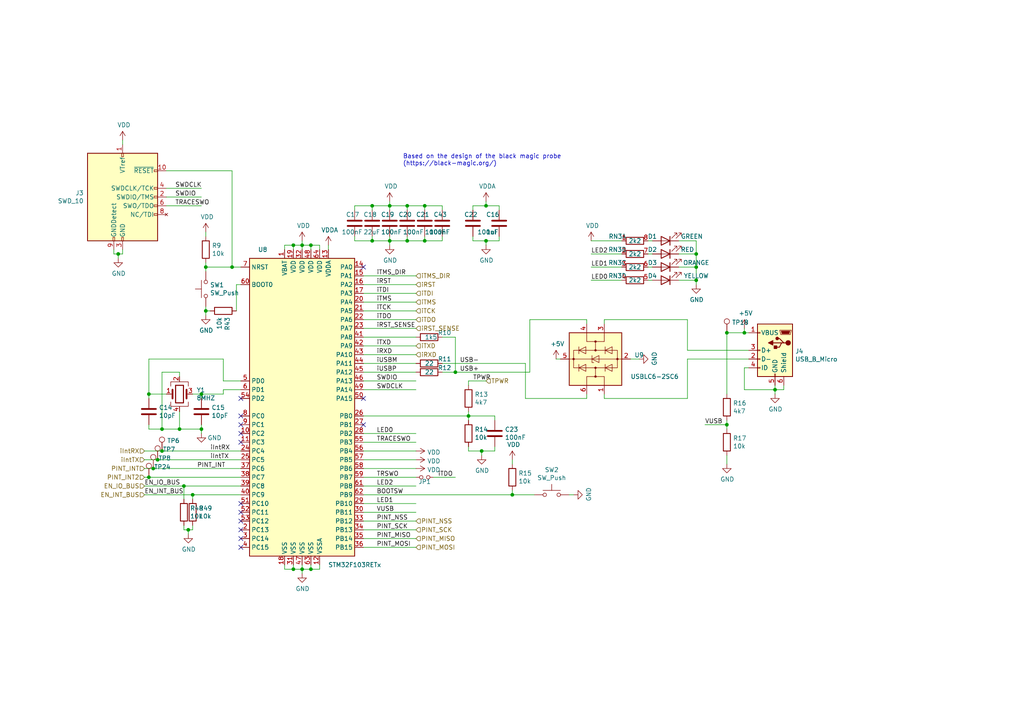
<source format=kicad_sch>
(kicad_sch (version 20230121) (generator eeschema)
  (paper "A4")
  (title_block (title "Debugger MCU") (date "2022-08-16") (rev "2.1"))
  (lib_symbols
    (symbol "Connector:TestPoint" (pin_numbers hide) (pin_names (offset 0.762) hide)
      (property "Reference" "TP" (at 0 6.858 0))
      (property "Value" "TestPoint" (at 0 5.08 0))
      (symbol "TestPoint_0_1"
        (circle (center 0 3.302) (radius 0.762))
      )
      (symbol "TestPoint_1_1"
        (pin passive line (at 0 0 90) (length 2.54) (name "1") (number "1"))
      )
    )
    (symbol "Device:C" (pin_numbers hide) (pin_names (offset 0.254))
      (property "Reference" "C" (at 0.635 2.54 0))
      (property "Value" "C" (at 0.635 -2.54 0))
      (symbol "C_0_1"
        (polyline (pts (xy -2.032 -0.762) (xy 2.032 -0.762)) (stroke (width 0.508)))
        (polyline (pts (xy -2.032 0.762) (xy 2.032 0.762)) (stroke (width 0.508)))
      )
      (symbol "C_1_1"
        (pin passive line (at 0 3.81 270) (length 2.794) (name "~") (number "1"))
        (pin passive line (at 0 -3.81 90) (length 2.794) (name "~") (number "2"))
      )
    )
    (symbol "Device:Crystal_GND24" (pin_names (offset 1.016) hide)
      (property "Reference" "Y" (at 3.175 5.08 0))
      (property "Value" "Crystal_GND24" (at 3.175 3.175 0))
      (symbol "Crystal_GND24_0_1"
        (rectangle (start -1.143 2.54) (end 1.143 -2.54) (stroke (width 0.3048)))
        (polyline (pts (xy -2.54 0) (xy -2.032 0)))
        (polyline (pts (xy -2.032 -1.27) (xy -2.032 1.27)) (stroke (width 0.508)))
        (polyline (pts (xy 0 -3.81) (xy 0 -3.556)))
        (polyline (pts (xy 0 3.556) (xy 0 3.81)))
        (polyline (pts (xy 2.032 -1.27) (xy 2.032 1.27)) (stroke (width 0.508)))
        (polyline (pts (xy 2.032 0) (xy 2.54 0)))
        (polyline (pts (xy -2.54 -2.286) (xy -2.54 -3.556) (xy 2.54 -3.556) (xy 2.54 -2.286)))
        (polyline (pts (xy -2.54 2.286) (xy -2.54 3.556) (xy 2.54 3.556) (xy 2.54 2.286)))
      )
      (symbol "Crystal_GND24_1_1"
        (pin passive line (at -3.81 0 0) (length 1.27) (name "1") (number "1"))
        (pin passive line (at 0 5.08 270) (length 1.27) (name "2") (number "2"))
        (pin passive line (at 3.81 0 180) (length 1.27) (name "3") (number "3"))
        (pin passive line (at 0 -5.08 90) (length 1.27) (name "4") (number "4"))
      )
    )
    (symbol "Device:LED" (pin_numbers hide) (pin_names (offset 1.016) hide)
      (property "Reference" "D" (at 0 2.54 0))
      (property "Value" "LED" (at 0 -2.54 0))
      (symbol "LED_0_1"
        (polyline (pts (xy -1.27 -1.27) (xy -1.27 1.27)) (stroke (width 0.254)))
        (polyline (pts (xy -1.27 0) (xy 1.27 0)))
        (polyline (pts (xy 1.27 -1.27) (xy 1.27 1.27) (xy -1.27 0) (xy 1.27 -1.27)) (stroke (width 0.254)))
        (polyline (pts (xy -3.048 -0.762) (xy -4.572 -2.286) (xy -3.81 -2.286) (xy -4.572 -2.286) (xy -4.572 -1.524)))
        (polyline (pts (xy -1.778 -0.762) (xy -3.302 -2.286) (xy -2.54 -2.286) (xy -3.302 -2.286) (xy -3.302 -1.524)))
      )
      (symbol "LED_1_1"
        (pin passive line (at -3.81 0 0) (length 2.54) (name "K") (number "1"))
        (pin passive line (at 3.81 0 180) (length 2.54) (name "A") (number "2"))
      )
    )
    (symbol "Device:R" (pin_numbers hide) (pin_names (offset 0))
      (property "Reference" "R" (at 2.032 0 90))
      (property "Value" "R" (at 0 0 90))
      (symbol "R_0_1"
        (rectangle (start -1.016 -2.54) (end 1.016 2.54) (stroke (width 0.254)))
      )
      (symbol "R_1_1"
        (pin passive line (at 0 3.81 270) (length 1.27) (name "~") (number "1"))
        (pin passive line (at 0 -3.81 90) (length 1.27) (name "~") (number "2"))
      )
    )
    (symbol "Device:R_Pack04_Split" (pin_names (offset 0) hide)
      (property "Reference" "RN" (at 2.032 0 90))
      (property "Value" "R_Pack04_Split" (at 0 0 90))
      (symbol "R_Pack04_Split_0_1"
        (rectangle (start 1.016 2.54) (end -1.016 -2.54) (stroke (width 0.254)))
      )
      (symbol "R_Pack04_Split_1_1"
        (pin passive line (at 0 -3.81 90) (length 1.27) (name "R1.1") (number "1"))
        (pin passive line (at 0 3.81 270) (length 1.27) (name "R1.2") (number "8"))
      )
      (symbol "R_Pack04_Split_2_1"
        (pin passive line (at 0 -3.81 90) (length 1.27) (name "R2.1") (number "2"))
        (pin passive line (at 0 3.81 270) (length 1.27) (name "R2.2") (number "7"))
      )
      (symbol "R_Pack04_Split_3_1"
        (pin passive line (at 0 -3.81 90) (length 1.27) (name "R3.1") (number "3"))
        (pin passive line (at 0 3.81 270) (length 1.27) (name "R3.2") (number "6"))
      )
      (symbol "R_Pack04_Split_4_1"
        (pin passive line (at 0 -3.81 90) (length 1.27) (name "R4.1") (number "4"))
        (pin passive line (at 0 3.81 270) (length 1.27) (name "R4.2") (number "5"))
      )
    )
    (symbol "MCU_ST_STM32F1:STM32F103RETx"
      (property "Reference" "U" (at -15.24 44.45 0))
      (property "Value" "STM32F103RETx" (at 10.16 44.45 0))
      (symbol "STM32F103RETx_0_1"
        (rectangle (start -15.24 -43.18) (end 15.24 43.18) (stroke (width 0.254)) (fill (type background)))
      )
      (symbol "STM32F103RETx_1_1"
        (pin power_in line (at -5.08 45.72 270) (length 2.54) (name "VBAT") (number "1"))
        (pin bidirectional line (at -17.78 -7.62 0) (length 2.54) (name "PC2") (number "10"))
        (pin bidirectional line (at -17.78 -10.16 0) (length 2.54) (name "PC3") (number "11"))
        (pin power_in line (at 5.08 -45.72 90) (length 2.54) (name "VSSA") (number "12"))
        (pin power_in line (at 7.62 45.72 270) (length 2.54) (name "VDDA") (number "13"))
        (pin bidirectional line (at 17.78 40.64 180) (length 2.54) (name "PA0") (number "14"))
        (pin bidirectional line (at 17.78 38.1 180) (length 2.54) (name "PA1") (number "15"))
        (pin bidirectional line (at 17.78 35.56 180) (length 2.54) (name "PA2") (number "16"))
        (pin bidirectional line (at 17.78 33.02 180) (length 2.54) (name "PA3") (number "17"))
        (pin power_in line (at -5.08 -45.72 90) (length 2.54) (name "VSS") (number "18"))
        (pin power_in line (at -2.54 45.72 270) (length 2.54) (name "VDD") (number "19"))
        (pin bidirectional line (at -17.78 -35.56 0) (length 2.54) (name "PC13") (number "2"))
        (pin bidirectional line (at 17.78 30.48 180) (length 2.54) (name "PA4") (number "20"))
        (pin bidirectional line (at 17.78 27.94 180) (length 2.54) (name "PA5") (number "21"))
        (pin bidirectional line (at 17.78 25.4 180) (length 2.54) (name "PA6") (number "22"))
        (pin bidirectional line (at 17.78 22.86 180) (length 2.54) (name "PA7") (number "23"))
        (pin bidirectional line (at -17.78 -12.7 0) (length 2.54) (name "PC4") (number "24"))
        (pin bidirectional line (at -17.78 -15.24 0) (length 2.54) (name "PC5") (number "25"))
        (pin bidirectional line (at 17.78 -2.54 180) (length 2.54) (name "PB0") (number "26"))
        (pin bidirectional line (at 17.78 -5.08 180) (length 2.54) (name "PB1") (number "27"))
        (pin bidirectional line (at 17.78 -7.62 180) (length 2.54) (name "PB2") (number "28"))
        (pin bidirectional line (at 17.78 -27.94 180) (length 2.54) (name "PB10") (number "29"))
        (pin bidirectional line (at -17.78 -38.1 0) (length 2.54) (name "PC14") (number "3"))
        (pin bidirectional line (at 17.78 -30.48 180) (length 2.54) (name "PB11") (number "30"))
        (pin power_in line (at -2.54 -45.72 90) (length 2.54) (name "VSS") (number "31"))
        (pin power_in line (at 0 45.72 270) (length 2.54) (name "VDD") (number "32"))
        (pin bidirectional line (at 17.78 -33.02 180) (length 2.54) (name "PB12") (number "33"))
        (pin bidirectional line (at 17.78 -35.56 180) (length 2.54) (name "PB13") (number "34"))
        (pin bidirectional line (at 17.78 -38.1 180) (length 2.54) (name "PB14") (number "35"))
        (pin bidirectional line (at 17.78 -40.64 180) (length 2.54) (name "PB15") (number "36"))
        (pin bidirectional line (at -17.78 -17.78 0) (length 2.54) (name "PC6") (number "37"))
        (pin bidirectional line (at -17.78 -20.32 0) (length 2.54) (name "PC7") (number "38"))
        (pin bidirectional line (at -17.78 -22.86 0) (length 2.54) (name "PC8") (number "39"))
        (pin bidirectional line (at -17.78 -40.64 0) (length 2.54) (name "PC15") (number "4"))
        (pin bidirectional line (at -17.78 -25.4 0) (length 2.54) (name "PC9") (number "40"))
        (pin bidirectional line (at 17.78 20.32 180) (length 2.54) (name "PA8") (number "41"))
        (pin bidirectional line (at 17.78 17.78 180) (length 2.54) (name "PA9") (number "42"))
        (pin bidirectional line (at 17.78 15.24 180) (length 2.54) (name "PA10") (number "43"))
        (pin bidirectional line (at 17.78 12.7 180) (length 2.54) (name "PA11") (number "44"))
        (pin bidirectional line (at 17.78 10.16 180) (length 2.54) (name "PA12") (number "45"))
        (pin bidirectional line (at 17.78 7.62 180) (length 2.54) (name "PA13") (number "46"))
        (pin power_in line (at 0 -45.72 90) (length 2.54) (name "VSS") (number "47"))
        (pin power_in line (at 2.54 45.72 270) (length 2.54) (name "VDD") (number "48"))
        (pin bidirectional line (at 17.78 5.08 180) (length 2.54) (name "PA14") (number "49"))
        (pin input line (at -17.78 7.62 0) (length 2.54) (name "PD0") (number "5"))
        (pin bidirectional line (at 17.78 2.54 180) (length 2.54) (name "PA15") (number "50"))
        (pin bidirectional line (at -17.78 -27.94 0) (length 2.54) (name "PC10") (number "51"))
        (pin bidirectional line (at -17.78 -30.48 0) (length 2.54) (name "PC11") (number "52"))
        (pin bidirectional line (at -17.78 -33.02 0) (length 2.54) (name "PC12") (number "53"))
        (pin bidirectional line (at -17.78 2.54 0) (length 2.54) (name "PD2") (number "54"))
        (pin bidirectional line (at 17.78 -10.16 180) (length 2.54) (name "PB3") (number "55"))
        (pin bidirectional line (at 17.78 -12.7 180) (length 2.54) (name "PB4") (number "56"))
        (pin bidirectional line (at 17.78 -15.24 180) (length 2.54) (name "PB5") (number "57"))
        (pin bidirectional line (at 17.78 -17.78 180) (length 2.54) (name "PB6") (number "58"))
        (pin bidirectional line (at 17.78 -20.32 180) (length 2.54) (name "PB7") (number "59"))
        (pin input line (at -17.78 5.08 0) (length 2.54) (name "PD1") (number "6"))
        (pin input line (at -17.78 35.56 0) (length 2.54) (name "BOOT0") (number "60"))
        (pin bidirectional line (at 17.78 -22.86 180) (length 2.54) (name "PB8") (number "61"))
        (pin bidirectional line (at 17.78 -25.4 180) (length 2.54) (name "PB9") (number "62"))
        (pin power_in line (at 2.54 -45.72 90) (length 2.54) (name "VSS") (number "63"))
        (pin power_in line (at 5.08 45.72 270) (length 2.54) (name "VDD") (number "64"))
        (pin input line (at -17.78 40.64 0) (length 2.54) (name "NRST") (number "7"))
        (pin bidirectional line (at -17.78 -2.54 0) (length 2.54) (name "PC0") (number "8"))
        (pin bidirectional line (at -17.78 -5.08 0) (length 2.54) (name "PC1") (number "9"))
      )
    )
    (symbol "Power_Protection:USBLC6-2SC6" (pin_names hide)
      (property "Reference" "U" (at 2.54 8.89 0))
      (property "Value" "USBLC6-2SC6" (at 2.54 -8.89 0))
      (symbol "USBLC6-2SC6_0_1"
        (rectangle (start -7.62 -7.62) (end 7.62 7.62) (stroke (width 0.254)) (fill (type background)))
        (circle (center -5.08 0) (radius 0.254) (fill (type outline)))
        (circle (center -2.54 0) (radius 0.254) (fill (type outline)))
        (rectangle (start -2.54 6.35) (end 2.54 -6.35))
        (circle (center 0 -6.35) (radius 0.254) (fill (type outline)))
        (polyline (pts (xy -5.08 -2.54) (xy -7.62 -2.54)))
        (polyline (pts (xy -5.08 0) (xy -5.08 -2.54)))
        (polyline (pts (xy -5.08 2.54) (xy -7.62 2.54)))
        (polyline (pts (xy -1.524 -2.794) (xy -3.556 -2.794)))
        (polyline (pts (xy -1.524 4.826) (xy -3.556 4.826)))
        (polyline (pts (xy 0 -7.62) (xy 0 -6.35)))
        (polyline (pts (xy 0 -6.35) (xy 0 1.27)))
        (polyline (pts (xy 0 1.27) (xy 0 6.35)))
        (polyline (pts (xy 0 6.35) (xy 0 7.62)))
        (polyline (pts (xy 1.524 -2.794) (xy 3.556 -2.794)))
        (polyline (pts (xy 1.524 4.826) (xy 3.556 4.826)))
        (polyline (pts (xy 5.08 -2.54) (xy 7.62 -2.54)))
        (polyline (pts (xy 5.08 0) (xy 5.08 -2.54)))
        (polyline (pts (xy 5.08 2.54) (xy 7.62 2.54)))
        (polyline (pts (xy -2.54 0) (xy -5.08 0) (xy -5.08 2.54)))
        (polyline (pts (xy 2.54 0) (xy 5.08 0) (xy 5.08 2.54)))
        (polyline (pts (xy -3.556 -4.826) (xy -1.524 -4.826) (xy -2.54 -2.794) (xy -3.556 -4.826)))
        (polyline (pts (xy -3.556 2.794) (xy -1.524 2.794) (xy -2.54 4.826) (xy -3.556 2.794)))
        (polyline (pts (xy -1.016 -1.016) (xy 1.016 -1.016) (xy 0 1.016) (xy -1.016 -1.016)))
        (polyline (pts (xy 1.016 1.016) (xy 0.762 1.016) (xy -1.016 1.016) (xy -1.016 0.508)))
        (polyline (pts (xy 3.556 -4.826) (xy 1.524 -4.826) (xy 2.54 -2.794) (xy 3.556 -4.826)))
        (polyline (pts (xy 3.556 2.794) (xy 1.524 2.794) (xy 2.54 4.826) (xy 3.556 2.794)))
        (circle (center 0 6.35) (radius 0.254) (fill (type outline)))
        (circle (center 2.54 0) (radius 0.254) (fill (type outline)))
        (circle (center 5.08 0) (radius 0.254) (fill (type outline)))
      )
      (symbol "USBLC6-2SC6_1_1"
        (pin passive line (at -10.16 -2.54 0) (length 2.54) (name "I/O1") (number "1"))
        (pin passive line (at 0 -10.16 90) (length 2.54) (name "GND") (number "2"))
        (pin passive line (at 10.16 -2.54 180) (length 2.54) (name "I/O2") (number "3"))
        (pin passive line (at 10.16 2.54 180) (length 2.54) (name "I/O2") (number "4"))
        (pin passive line (at 0 10.16 270) (length 2.54) (name "VBUS") (number "5"))
        (pin passive line (at -10.16 2.54 0) (length 2.54) (name "I/O1") (number "6"))
      )
    )
    (symbol "Switch:SW_Push" (pin_numbers hide) (pin_names (offset 1.016) hide)
      (property "Reference" "SW" (at 1.27 2.54 0))
      (property "Value" "SW_Push" (at 0 -1.524 0))
      (symbol "SW_Push_0_1"
        (circle (center -2.032 0) (radius 0.508))
        (polyline (pts (xy 0 1.27) (xy 0 3.048)))
        (polyline (pts (xy 2.54 1.27) (xy -2.54 1.27)))
        (circle (center 2.032 0) (radius 0.508))
        (pin passive line (at -5.08 0 0) (length 2.54) (name "1") (number "1"))
        (pin passive line (at 5.08 0 180) (length 2.54) (name "2") (number "2"))
      )
    )
    (symbol "int-debugger-rescue:Jumper_NO_Small-Device" (pin_numbers hide) (pin_names (offset 0.762) hide)
      (property "Reference" "JP" (at 0 2.032 0))
      (property "Value" "Jumper_NO_Small-Device" (at 0.254 -1.524 0))
      (symbol "Jumper_NO_Small-Device_0_1"
        (circle (center -1.016 0) (radius 0.508))
        (circle (center 1.016 0) (radius 0.508))
        (pin passive line (at -2.54 0 0) (length 1.016) (name "1") (number "1"))
        (pin passive line (at 2.54 0 180) (length 1.016) (name "2") (number "2"))
      )
    )
    (symbol "jaspers_lib:SWD_10" (pin_names (offset 1.016))
      (property "Reference" "J" (at -2.54 16.51 0))
      (property "Value" "SWD_10" (at -2.54 13.97 0))
      (symbol "SWD_10_0_1"
        (rectangle (start -10.16 12.7) (end 10.16 -12.7) (stroke (width 0.254)) (fill (type background)))
        (rectangle (start -2.794 -12.7) (end -2.286 -11.684))
        (rectangle (start -0.254 -12.7) (end 0.254 -11.684))
        (rectangle (start -0.254 12.7) (end 0.254 11.684))
        (rectangle (start 9.144 2.286) (end 10.16 2.794))
        (rectangle (start 10.16 -2.794) (end 9.144 -2.286))
        (rectangle (start 10.16 -0.254) (end 9.144 0.254))
        (rectangle (start 10.16 7.874) (end 9.144 7.366))
      )
      (symbol "SWD_10_1_1"
        (rectangle (start 9.144 -5.334) (end 10.16 -4.826))
        (pin power_in line (at 0 15.24 270) (length 2.54) (name "VTref") (number "1"))
        (pin open_collector line (at 12.7 7.62 180) (length 2.54) (name "~{RESET}") (number "10"))
        (pin bidirectional line (at 12.7 0 180) (length 2.54) (name "SWDIO/TMS") (number "2"))
        (pin power_in line (at 0 -15.24 90) (length 2.54) (name "GND") (number "3"))
        (pin input line (at 12.7 2.54 180) (length 2.54) (name "SWDCLK/TCK") (number "4"))
        (pin passive line (at 0 -15.24 90) (length 2.54) hide (name "GND") (number "5"))
        (pin input line (at 12.7 -2.54 180) (length 2.54) (name "SWO/TDO") (number "6"))
        (pin no_connect line (at -10.16 0 0) (length 2.54) hide (name "KEY") (number "7"))
        (pin no_connect line (at 12.7 -5.08 180) (length 2.54) (name "NC/TDI") (number "8"))
        (pin passive line (at -2.54 -15.24 90) (length 2.54) (name "GNDDetect") (number "9"))
      )
    )
    (symbol "jaspers_lib:USB_B_Micro" (pin_names (offset 1.016))
      (property "Reference" "J" (at -5.08 11.43 0))
      (property "Value" "USB_B_Micro" (at -5.08 8.89 0))
      (symbol "USB_B_Micro_0_1"
        (rectangle (start -5.08 -7.62) (end 5.08 7.62) (stroke (width 0.254)) (fill (type background)))
        (circle (center -3.81 2.159) (radius 0.635) (stroke (width 0.254)) (fill (type outline)))
        (circle (center -0.635 3.429) (radius 0.381) (stroke (width 0.254)) (fill (type outline)))
        (rectangle (start -0.127 -7.62) (end 0.127 -6.858))
        (polyline (pts (xy -1.905 2.159) (xy 0.635 2.159)) (stroke (width 0.254)))
        (polyline (pts (xy -3.175 2.159) (xy -2.54 2.159) (xy -1.27 3.429) (xy -0.635 3.429)) (stroke (width 0.254)))
        (polyline (pts (xy -2.54 2.159) (xy -1.905 2.159) (xy -1.27 0.889) (xy 0 0.889)) (stroke (width 0.254)))
        (polyline (pts (xy 0.635 2.794) (xy 0.635 1.524) (xy 1.905 2.159) (xy 0.635 2.794)) (stroke (width 0.254)) (fill (type outline)))
        (polyline (pts (xy -4.318 5.588) (xy -1.778 5.588) (xy -2.032 4.826) (xy -4.064 4.826) (xy -4.318 5.588)) (fill (type outline)))
        (polyline (pts (xy -4.699 5.842) (xy -4.699 5.588) (xy -4.445 4.826) (xy -4.445 4.572) (xy -1.651 4.572) (xy -1.651 4.826) (xy -1.397 5.588) (xy -1.397 5.842) (xy -4.699 5.842)))
        (rectangle (start 0.254 1.27) (end -0.508 0.508) (stroke (width 0.254)) (fill (type outline)))
        (rectangle (start 5.08 -5.207) (end 4.318 -4.953))
        (rectangle (start 5.08 -2.667) (end 4.318 -2.413))
        (rectangle (start 5.08 -0.127) (end 4.318 0.127))
        (rectangle (start 5.08 4.953) (end 4.318 5.207))
      )
      (symbol "USB_B_Micro_1_1"
        (pin power_out line (at 7.62 5.08 180) (length 2.54) (name "VBUS") (number "1"))
        (pin passive line (at 7.62 -2.54 180) (length 2.54) (name "D-") (number "2"))
        (pin passive line (at 7.62 0 180) (length 2.54) (name "D+") (number "3"))
        (pin passive line (at 7.62 -5.08 180) (length 2.54) (name "ID") (number "4"))
        (pin power_out line (at 0 -10.16 90) (length 2.54) (name "GND") (number "5"))
        (pin passive line (at -2.54 -10.16 90) (length 2.54) (name "Shield") (number "6"))
      )
    )
    (symbol "power:+5V" (power) (pin_names (offset 0))
      (property "Value" "+5V" (at 0 3.556 0))
      (symbol "+5V_0_1"
        (polyline (pts (xy -0.762 1.27) (xy 0 2.54)))
        (polyline (pts (xy 0 0) (xy 0 2.54)))
        (polyline (pts (xy 0 2.54) (xy 0.762 1.27)))
      )
      (symbol "+5V_1_1"
        (pin power_in line (at 0 0 90) (length 0) hide (name "+5V") (number "1"))
      )
    )
    (symbol "power:GND" (power) (pin_names (offset 0))
      (property "Value" "GND" (at 0 -3.81 0))
      (symbol "GND_0_1"
        (polyline (pts (xy 0 0) (xy 0 -1.27) (xy 1.27 -1.27) (xy 0 -2.54) (xy -1.27 -1.27) (xy 0 -1.27)))
      )
      (symbol "GND_1_1"
        (pin power_in line (at 0 0 270) (length 0) hide (name "GND") (number "1"))
      )
    )
    (symbol "power:VDD" (power) (pin_names (offset 0))
      (property "Value" "VDD" (at 0 3.81 0))
      (symbol "VDD_0_1"
        (polyline (pts (xy -0.762 1.27) (xy 0 2.54)))
        (polyline (pts (xy 0 0) (xy 0 2.54)))
        (polyline (pts (xy 0 2.54) (xy 0.762 1.27)))
      )
      (symbol "VDD_1_1"
        (pin power_in line (at 0 0 90) (length 0) hide (name "VDD") (number "1"))
      )
    )
    (symbol "power:VDDA" (power) (pin_names (offset 0))
      (property "Value" "VDDA" (at 0 3.81 0))
      (symbol "VDDA_0_1"
        (polyline (pts (xy -0.762 1.27) (xy 0 2.54)))
        (polyline (pts (xy 0 0) (xy 0 2.54)))
        (polyline (pts (xy 0 2.54) (xy 0.762 1.27)))
      )
      (symbol "VDDA_1_1"
        (pin power_in line (at 0 0 90) (length 0) hide (name "VDDA") (number "1"))
      )
    )
  )
  (junction (at 123.19 59.69))
  (junction (at 215.9 96.52))
  (junction (at 59.69 90.17))
  (junction (at 113.03 59.69))
  (junction (at 224.79 113.03))
  (junction (at 53.34 140.97))
  (junction (at 201.93 81.28))
  (junction (at 123.19 69.85))
  (junction (at 44.45 135.89))
  (junction (at 55.88 143.51))
  (junction (at 132.08 107.95))
  (junction (at 54.61 153.67))
  (junction (at 210.82 123.19))
  (junction (at 46.99 130.81))
  (junction (at 107.95 69.85))
  (junction (at 118.11 59.69))
  (junction (at 43.18 138.43))
  (junction (at 107.95 59.69))
  (junction (at 85.09 165.1))
  (junction (at 67.31 77.47))
  (junction (at 210.82 96.52))
  (junction (at 87.63 165.1))
  (junction (at 90.17 165.1))
  (junction (at 52.07 124.46))
  (junction (at 58.42 124.46))
  (junction (at 201.93 73.66))
  (junction (at 43.18 114.3))
  (junction (at 45.72 133.35))
  (junction (at 139.7 130.81))
  (junction (at 140.97 69.85))
  (junction (at 90.17 71.12))
  (junction (at 34.29 73.66))
  (junction (at 140.97 59.69))
  (junction (at 46.99 124.46))
  (junction (at 85.09 71.12))
  (junction (at 59.69 77.47))
  (junction (at 118.11 69.85))
  (junction (at 113.03 69.85))
  (junction (at 148.59 143.51))
  (junction (at 201.93 77.47))
  (junction (at 87.63 71.12))
  (junction (at 58.42 114.3))
  (junction (at 135.89 120.65))
  (no_connect (at 69.85 153.67))
  (no_connect (at 69.85 158.75))
  (no_connect (at 69.85 120.65))
  (no_connect (at 69.85 146.05))
  (no_connect (at 69.85 156.21))
  (no_connect (at 105.41 123.19))
  (no_connect (at 69.85 128.27))
  (no_connect (at 69.85 151.13))
  (no_connect (at 105.41 77.47))
  (no_connect (at 69.85 125.73))
  (no_connect (at 69.85 115.57))
  (no_connect (at 105.41 115.57))
  (no_connect (at 69.85 148.59))
  (no_connect (at 69.85 123.19))
  (wire (pts (xy 148.59 143.51) (xy 154.94 143.51)))
  (wire (pts (xy 53.34 153.67) (xy 54.61 153.67)))
  (wire (pts (xy 196.85 73.66) (xy 201.93 73.66)))
  (wire (pts (xy 53.34 140.97) (xy 69.85 140.97)))
  (wire (pts (xy 90.17 71.12) (xy 92.71 71.12)))
  (wire (pts (xy 128.27 69.85) (xy 128.27 68.58)))
  (wire (pts (xy 105.41 113.03) (xy 120.65 113.03)))
  (wire (pts (xy 85.09 165.1) (xy 87.63 165.1)))
  (wire (pts (xy 82.55 72.39) (xy 82.55 71.12)))
  (wire (pts (xy 132.08 97.79) (xy 132.08 107.95)))
  (wire (pts (xy 187.96 69.85) (xy 189.23 69.85)))
  (wire (pts (xy 162.56 104.14) (xy 161.29 104.14)))
  (wire (pts (xy 123.19 69.85) (xy 128.27 69.85)))
  (wire (pts (xy 210.82 123.19) (xy 204.47 123.19)))
  (wire (pts (xy 148.59 134.62) (xy 148.59 133.35)))
  (wire (pts (xy 85.09 71.12) (xy 87.63 71.12)))
  (wire (pts (xy 95.25 72.39) (xy 95.25 71.12)))
  (wire (pts (xy 199.39 104.14) (xy 199.39 115.57)))
  (wire (pts (xy 55.88 143.51) (xy 69.85 143.51)))
  (wire (pts (xy 107.95 59.69) (xy 113.03 59.69)))
  (wire (pts (xy 199.39 101.6) (xy 217.17 101.6)))
  (wire (pts (xy 170.18 93.98) (xy 170.18 92.71)))
  (wire (pts (xy 137.16 59.69) (xy 137.16 60.96)))
  (wire (pts (xy 123.19 59.69) (xy 128.27 59.69)))
  (wire (pts (xy 215.9 95.25) (xy 215.9 96.52)))
  (wire (pts (xy 139.7 132.08) (xy 139.7 130.81)))
  (wire (pts (xy 175.26 92.71) (xy 199.39 92.71)))
  (wire (pts (xy 135.89 110.49) (xy 140.97 110.49)))
  (wire (pts (xy 58.42 125.73) (xy 58.42 124.46)))
  (wire (pts (xy 113.03 69.85) (xy 113.03 71.12)))
  (wire (pts (xy 54.61 153.67) (xy 55.88 153.67)))
  (wire (pts (xy 105.41 102.87) (xy 120.65 102.87)))
  (wire (pts (xy 227.33 113.03) (xy 224.79 113.03)))
  (wire (pts (xy 180.34 81.28) (xy 171.45 81.28)))
  (wire (pts (xy 53.34 152.4) (xy 53.34 153.67)))
  (wire (pts (xy 69.85 113.03) (xy 64.77 113.03)))
  (wire (pts (xy 128.27 97.79) (xy 132.08 97.79)))
  (wire (pts (xy 189.23 73.66) (xy 187.96 73.66)))
  (wire (pts (xy 140.97 69.85) (xy 140.97 71.12)))
  (wire (pts (xy 132.08 107.95) (xy 153.67 107.95)))
  (wire (pts (xy 105.41 130.81) (xy 120.65 130.81)))
  (wire (pts (xy 143.51 120.65) (xy 143.51 121.92)))
  (wire (pts (xy 46.99 107.95) (xy 46.99 124.46)))
  (wire (pts (xy 58.42 115.57) (xy 58.42 114.3)))
  (wire (pts (xy 144.78 59.69) (xy 140.97 59.69)))
  (wire (pts (xy 82.55 71.12) (xy 85.09 71.12)))
  (wire (pts (xy 48.26 54.61) (xy 58.42 54.61)))
  (wire (pts (xy 43.18 104.14) (xy 64.77 104.14)))
  (wire (pts (xy 59.69 76.2) (xy 59.69 77.47)))
  (wire (pts (xy 215.9 96.52) (xy 217.17 96.52)))
  (wire (pts (xy 53.34 144.78) (xy 53.34 140.97)))
  (wire (pts (xy 105.41 133.35) (xy 120.65 133.35)))
  (wire (pts (xy 105.41 125.73) (xy 120.65 125.73)))
  (wire (pts (xy 135.89 129.54) (xy 135.89 130.81)))
  (wire (pts (xy 113.03 60.96) (xy 113.03 59.69)))
  (wire (pts (xy 105.41 105.41) (xy 120.65 105.41)))
  (wire (pts (xy 41.91 143.51) (xy 55.88 143.51)))
  (wire (pts (xy 58.42 123.19) (xy 58.42 124.46)))
  (wire (pts (xy 180.34 77.47) (xy 171.45 77.47)))
  (wire (pts (xy 199.39 92.71) (xy 199.39 101.6)))
  (wire (pts (xy 59.69 68.58) (xy 59.69 67.31)))
  (wire (pts (xy 58.42 124.46) (xy 52.07 124.46)))
  (wire (pts (xy 107.95 68.58) (xy 107.95 69.85)))
  (wire (pts (xy 113.03 59.69) (xy 118.11 59.69)))
  (wire (pts (xy 135.89 120.65) (xy 143.51 120.65)))
  (wire (pts (xy 217.17 106.68) (xy 215.9 106.68)))
  (wire (pts (xy 105.41 87.63) (xy 120.65 87.63)))
  (wire (pts (xy 166.37 143.51) (xy 165.1 143.51)))
  (wire (pts (xy 82.55 163.83) (xy 82.55 165.1)))
  (wire (pts (xy 210.82 123.19) (xy 210.82 124.46)))
  (wire (pts (xy 196.85 77.47) (xy 201.93 77.47)))
  (wire (pts (xy 118.11 68.58) (xy 118.11 69.85)))
  (wire (pts (xy 41.91 130.81) (xy 46.99 130.81)))
  (wire (pts (xy 201.93 81.28) (xy 201.93 82.55)))
  (wire (pts (xy 175.26 93.98) (xy 175.26 92.71)))
  (wire (pts (xy 105.41 120.65) (xy 135.89 120.65)))
  (wire (pts (xy 199.39 115.57) (xy 175.26 115.57)))
  (wire (pts (xy 46.99 130.81) (xy 69.85 130.81)))
  (wire (pts (xy 210.82 132.08) (xy 210.82 134.62)))
  (wire (pts (xy 170.18 115.57) (xy 170.18 114.3)))
  (wire (pts (xy 90.17 72.39) (xy 90.17 71.12)))
  (wire (pts (xy 67.31 49.53) (xy 48.26 49.53)))
  (wire (pts (xy 215.9 96.52) (xy 210.82 96.52)))
  (wire (pts (xy 52.07 107.95) (xy 46.99 107.95)))
  (wire (pts (xy 55.88 153.67) (xy 55.88 152.4)))
  (wire (pts (xy 118.11 60.96) (xy 118.11 59.69)))
  (wire (pts (xy 105.41 156.21) (xy 120.65 156.21)))
  (wire (pts (xy 46.99 124.46) (xy 43.18 124.46)))
  (wire (pts (xy 215.9 113.03) (xy 224.79 113.03)))
  (wire (pts (xy 105.41 92.71) (xy 120.65 92.71)))
  (wire (pts (xy 196.85 81.28) (xy 201.93 81.28)))
  (wire (pts (xy 69.85 77.47) (xy 67.31 77.47)))
  (wire (pts (xy 105.41 97.79) (xy 120.65 97.79)))
  (wire (pts (xy 113.03 68.58) (xy 113.03 69.85)))
  (wire (pts (xy 152.4 105.41) (xy 152.4 115.57)))
  (wire (pts (xy 102.87 59.69) (xy 107.95 59.69)))
  (wire (pts (xy 43.18 115.57) (xy 43.18 114.3)))
  (wire (pts (xy 55.88 144.78) (xy 55.88 143.51)))
  (wire (pts (xy 135.89 130.81) (xy 139.7 130.81)))
  (wire (pts (xy 105.41 138.43) (xy 120.65 138.43)))
  (wire (pts (xy 201.93 73.66) (xy 201.93 69.85)))
  (wire (pts (xy 35.56 73.66) (xy 35.56 72.39)))
  (wire (pts (xy 44.45 135.89) (xy 69.85 135.89)))
  (wire (pts (xy 123.19 68.58) (xy 123.19 69.85)))
  (wire (pts (xy 201.93 69.85) (xy 196.85 69.85)))
  (wire (pts (xy 107.95 69.85) (xy 113.03 69.85)))
  (wire (pts (xy 137.16 68.58) (xy 137.16 69.85)))
  (wire (pts (xy 102.87 60.96) (xy 102.87 59.69)))
  (wire (pts (xy 87.63 165.1) (xy 90.17 165.1)))
  (wire (pts (xy 118.11 59.69) (xy 123.19 59.69)))
  (wire (pts (xy 45.72 133.35) (xy 69.85 133.35)))
  (wire (pts (xy 43.18 138.43) (xy 69.85 138.43)))
  (wire (pts (xy 85.09 163.83) (xy 85.09 165.1)))
  (wire (pts (xy 90.17 163.83) (xy 90.17 165.1)))
  (wire (pts (xy 125.73 138.43) (xy 132.08 138.43)))
  (wire (pts (xy 140.97 69.85) (xy 144.78 69.85)))
  (wire (pts (xy 135.89 111.76) (xy 135.89 110.49)))
  (wire (pts (xy 92.71 72.39) (xy 92.71 71.12)))
  (wire (pts (xy 201.93 81.28) (xy 201.93 77.47)))
  (wire (pts (xy 59.69 88.9) (xy 59.69 90.17)))
  (wire (pts (xy 118.11 69.85) (xy 123.19 69.85)))
  (wire (pts (xy 102.87 69.85) (xy 107.95 69.85)))
  (wire (pts (xy 105.41 151.13) (xy 120.65 151.13)))
  (wire (pts (xy 41.91 133.35) (xy 45.72 133.35)))
  (wire (pts (xy 105.41 148.59) (xy 120.65 148.59)))
  (wire (pts (xy 87.63 163.83) (xy 87.63 165.1)))
  (wire (pts (xy 87.63 71.12) (xy 90.17 71.12)))
  (wire (pts (xy 43.18 114.3) (xy 48.26 114.3)))
  (wire (pts (xy 140.97 58.42) (xy 140.97 59.69)))
  (wire (pts (xy 201.93 77.47) (xy 201.93 73.66)))
  (wire (pts (xy 92.71 165.1) (xy 92.71 163.83)))
  (wire (pts (xy 105.41 107.95) (xy 120.65 107.95)))
  (wire (pts (xy 227.33 111.76) (xy 227.33 113.03)))
  (wire (pts (xy 148.59 143.51) (xy 148.59 142.24)))
  (wire (pts (xy 128.27 105.41) (xy 152.4 105.41)))
  (wire (pts (xy 90.17 165.1) (xy 92.71 165.1)))
  (wire (pts (xy 170.18 92.71) (xy 153.67 92.71)))
  (wire (pts (xy 143.51 130.81) (xy 143.51 129.54)))
  (wire (pts (xy 52.07 124.46) (xy 46.99 124.46)))
  (wire (pts (xy 87.63 69.85) (xy 87.63 71.12)))
  (wire (pts (xy 41.91 135.89) (xy 44.45 135.89)))
  (wire (pts (xy 87.63 72.39) (xy 87.63 71.12)))
  (wire (pts (xy 105.41 146.05) (xy 120.65 146.05)))
  (wire (pts (xy 113.03 69.85) (xy 118.11 69.85)))
  (wire (pts (xy 140.97 59.69) (xy 137.16 59.69)))
  (wire (pts (xy 123.19 60.96) (xy 123.19 59.69)))
  (wire (pts (xy 64.77 110.49) (xy 69.85 110.49)))
  (wire (pts (xy 48.26 57.15) (xy 58.42 57.15)))
  (wire (pts (xy 187.96 81.28) (xy 189.23 81.28)))
  (wire (pts (xy 217.17 104.14) (xy 199.39 104.14)))
  (wire (pts (xy 43.18 124.46) (xy 43.18 123.19)))
  (wire (pts (xy 144.78 69.85) (xy 144.78 68.58)))
  (wire (pts (xy 34.29 73.66) (xy 34.29 74.93)))
  (wire (pts (xy 132.08 107.95) (xy 128.27 107.95)))
  (wire (pts (xy 180.34 69.85) (xy 171.45 69.85)))
  (wire (pts (xy 59.69 90.17) (xy 59.69 91.44)))
  (wire (pts (xy 85.09 72.39) (xy 85.09 71.12)))
  (wire (pts (xy 64.77 104.14) (xy 64.77 110.49)))
  (wire (pts (xy 128.27 59.69) (xy 128.27 60.96)))
  (wire (pts (xy 144.78 60.96) (xy 144.78 59.69)))
  (wire (pts (xy 105.41 100.33) (xy 120.65 100.33)))
  (wire (pts (xy 54.61 153.67) (xy 54.61 154.94)))
  (wire (pts (xy 59.69 90.17) (xy 60.96 90.17)))
  (wire (pts (xy 33.02 73.66) (xy 34.29 73.66)))
  (wire (pts (xy 33.02 72.39) (xy 33.02 73.66)))
  (wire (pts (xy 58.42 114.3) (xy 55.88 114.3)))
  (wire (pts (xy 35.56 40.64) (xy 35.56 41.91)))
  (wire (pts (xy 105.41 95.25) (xy 120.65 95.25)))
  (wire (pts (xy 34.29 73.66) (xy 35.56 73.66)))
  (wire (pts (xy 105.41 153.67) (xy 120.65 153.67)))
  (wire (pts (xy 210.82 121.92) (xy 210.82 123.19)))
  (wire (pts (xy 137.16 69.85) (xy 140.97 69.85)))
  (wire (pts (xy 224.79 111.76) (xy 224.79 113.03)))
  (wire (pts (xy 82.55 165.1) (xy 85.09 165.1)))
  (wire (pts (xy 105.41 158.75) (xy 120.65 158.75)))
  (wire (pts (xy 105.41 82.55) (xy 120.65 82.55)))
  (wire (pts (xy 105.41 85.09) (xy 120.65 85.09)))
  (wire (pts (xy 105.41 140.97) (xy 120.65 140.97)))
  (wire (pts (xy 210.82 96.52) (xy 210.82 114.3)))
  (wire (pts (xy 67.31 77.47) (xy 59.69 77.47)))
  (wire (pts (xy 135.89 120.65) (xy 135.89 119.38)))
  (wire (pts (xy 64.77 113.03) (xy 64.77 114.3)))
  (wire (pts (xy 113.03 58.42) (xy 113.03 59.69)))
  (wire (pts (xy 182.88 104.14) (xy 185.42 104.14)))
  (wire (pts (xy 48.26 59.69) (xy 58.42 59.69)))
  (wire (pts (xy 180.34 73.66) (xy 171.45 73.66)))
  (wire (pts (xy 102.87 68.58) (xy 102.87 69.85)))
  (wire (pts (xy 105.41 128.27) (xy 120.65 128.27)))
  (wire (pts (xy 59.69 77.47) (xy 59.69 78.74)))
  (wire (pts (xy 43.18 104.14) (xy 43.18 114.3)))
  (wire (pts (xy 107.95 60.96) (xy 107.95 59.69)))
  (wire (pts (xy 105.41 90.17) (xy 120.65 90.17)))
  (wire (pts (xy 175.26 115.57) (xy 175.26 114.3)))
  (wire (pts (xy 69.85 82.55) (xy 68.58 82.55)))
  (wire (pts (xy 105.41 110.49) (xy 120.65 110.49)))
  (wire (pts (xy 139.7 130.81) (xy 143.51 130.81)))
  (wire (pts (xy 52.07 109.22) (xy 52.07 107.95)))
  (wire (pts (xy 52.07 119.38) (xy 52.07 124.46)))
  (wire (pts (xy 224.79 113.03) (xy 224.79 114.3)))
  (wire (pts (xy 153.67 92.71) (xy 153.67 107.95)))
  (wire (pts (xy 64.77 114.3) (xy 58.42 114.3)))
  (wire (pts (xy 135.89 121.92) (xy 135.89 120.65)))
  (wire (pts (xy 41.91 138.43) (xy 43.18 138.43)))
  (wire (pts (xy 67.31 77.47) (xy 67.31 49.53)))
  (wire (pts (xy 68.58 82.55) (xy 68.58 90.17)))
  (wire (pts (xy 152.4 115.57) (xy 170.18 115.57)))
  (wire (pts (xy 187.96 77.47) (xy 189.23 77.47)))
  (wire (pts (xy 41.91 140.97) (xy 53.34 140.97)))
  (wire (pts (xy 105.41 135.89) (xy 120.65 135.89)))
  (wire (pts (xy 105.41 80.01) (xy 120.65 80.01)))
  (wire (pts (xy 215.9 106.68) (xy 215.9 113.03)))
  (wire (pts (xy 105.41 143.51) (xy 148.59 143.51)))
  (wire (pts (xy 87.63 166.37) (xy 87.63 165.1)))
  (text "Based on the design of the black magic probe\n(https://black-magic.org/)" (at 116.84 48.26 0) (effects (font (size 1.27 1.27)) (justify left bottom)))
  (label "iRXD" (at 109.22 102.87 0))
  (label "SWDIO" (at 109.22 110.49 0))
  (label "LED1" (at 171.45 77.47 0))
  (label "LED0" (at 171.45 81.28 0))
  (label "EN_INT_BUS" (at 41.91 143.51 0))
  (label "VUSB" (at 204.47 123.19 0))
  (label "SWDIO" (at 50.8 57.15 0))
  (label "iIntRX" (at 60.96 130.81 0))
  (label "USB+" (at 133.35 107.95 0))
  (label "LED2" (at 109.22 140.97 0))
  (label "iUSBP" (at 109.22 107.95 0))
  (label "iTDO" (at 109.22 92.71 0))
  (label "LED1" (at 109.22 146.05 0))
  (label "SWDCLK" (at 50.8 54.61 0))
  (label "TRACESWO" (at 50.8 59.69 0))
  (label "VUSB" (at 109.22 148.59 0))
  (label "PINT_SCK" (at 109.22 153.67 0))
  (label "iTXD" (at 109.22 100.33 0))
  (label "TRSWO" (at 109.22 138.43 0))
  (label "EN_IO_BUS" (at 41.91 140.97 0))
  (label "PINT_INT" (at 57.15 135.89 0))
  (label "TRACESWO" (at 109.22 128.27 0))
  (label "LED0" (at 109.22 125.73 0))
  (label "PINT_MOSI" (at 109.22 158.75 0))
  (label "SWDCLK" (at 109.22 113.03 0))
  (label "iRST" (at 109.22 82.55 0))
  (label "USB-" (at 133.35 105.41 0))
  (label "iTMS" (at 109.22 87.63 0))
  (label "iUSBM" (at 109.22 105.41 0))
  (label "iTCK" (at 109.22 90.17 0))
  (label "BOOTSW" (at 109.22 143.51 0))
  (label "PINT_MISO" (at 109.22 156.21 0))
  (label "iTMS_DIR" (at 109.22 80.01 0))
  (label "PINT_NSS" (at 109.22 151.13 0))
  (label "iIntTX" (at 60.96 133.35 0))
  (label "iRST_SENSE" (at 109.22 95.25 0))
  (label "LED2" (at 171.45 73.66 0))
  (label "iTDO" (at 127 138.43 0))
  (label "TPWR" (at 137.16 110.49 0))
  (label "iTDI" (at 109.22 85.09 0))
  (hierarchical_label "iRST_SENSE" (shape input) (at 120.65 95.25 0))
  (hierarchical_label "iTDI" (shape input) (at 120.65 85.09 0))
  (hierarchical_label "iIntTX" (shape input) (at 41.91 133.35 180))
  (hierarchical_label "iRXD" (shape input) (at 120.65 102.87 0))
  (hierarchical_label "iIntRX" (shape input) (at 41.91 130.81 180))
  (hierarchical_label "iTDO" (shape input) (at 120.65 92.71 0))
  (hierarchical_label "PINT_MOSI" (shape input) (at 120.65 158.75 0))
  (hierarchical_label "iTMS" (shape input) (at 120.65 87.63 0))
  (hierarchical_label "PINT_INT2" (shape input) (at 41.91 138.43 180))
  (hierarchical_label "TPWR" (shape input) (at 140.97 110.49 0))
  (hierarchical_label "EN_INT_BUS" (shape input) (at 41.91 143.51 180))
  (hierarchical_label "iTXD" (shape input) (at 120.65 100.33 0))
  (hierarchical_label "iTMS_DIR" (shape input) (at 120.65 80.01 0))
  (hierarchical_label "EN_IO_BUS" (shape input) (at 41.91 140.97 180))
  (hierarchical_label "iTCK" (shape input) (at 120.65 90.17 0))
  (hierarchical_label "iRST" (shape input) (at 120.65 82.55 0))
  (hierarchical_label "PINT_MISO" (shape input) (at 120.65 156.21 0))
  (hierarchical_label "PINT_NSS" (shape input) (at 120.65 151.13 0))
  (hierarchical_label "PINT_INT" (shape input) (at 41.91 135.89 180))
  (hierarchical_label "PINT_SCK" (shape input) (at 120.65 153.67 0))
  (symbol (lib_id "Device:R") (at 64.77 90.17 270) (unit 1)
    (property "Reference" "R43" (at 65.9384 91.948 0) (effects (justify left)))
    (property "Value" "10k" (at 63.627 91.948 0) (effects (justify left)))
    (property "Footprint" "Resistor_SMD:R_0603_1608Metric" (effects hide))
    (property "MPN" "RC0603FR-0710KL" (effects hide))
  )
  (symbol (lib_id "Connector:TestPoint") (at 46.99 130.81 0) (unit 1)
    (property "Reference" "TP6" (at 48.4632 127.8128 0) (effects (justify left)))
    (property "Value" "TestPoint" (effects hide))
    (property "Footprint" "TestPoint:TestPoint_Keystone_5000-5004_Miniature" (effects hide))
    (property "MPN" "-" (effects hide))
  )
  (symbol (lib_id "Connector:TestPoint") (at 45.72 133.35 0) (unit 1)
    (property "Reference" "TP7" (at 47.1932 130.3528 0) (effects (justify left)))
    (property "Value" "TestPoint" (effects hide))
    (property "Footprint" "TestPoint:TestPoint_Keystone_5000-5004_Miniature" (effects hide))
    (property "MPN" "-" (effects hide))
  )
  (symbol (lib_id "Connector:TestPoint") (at 44.45 135.89 0) (unit 1)
    (property "Reference" "TP8" (at 45.9232 132.8928 0) (effects (justify left)))
    (property "Value" "TestPoint" (effects hide))
    (property "Footprint" "TestPoint:TestPoint_Keystone_5000-5004_Miniature" (effects hide))
    (property "MPN" "-" (effects hide))
  )
  (symbol (lib_id "MCU_ST_STM32F1:STM32F103RETx") (at 87.63 118.11 0) (unit 1)
    (property "Reference" "U8" (at 76.2 72.39 0))
    (property "Value" "STM32F103RETx" (at 102.87 163.83 0))
    (property "Footprint" "Package_QFP:LQFP-64_10x10mm_P0.5mm" (effects hide))
    (property "Datasheet" "http://www.st.com/st-web-ui/static/active/en/resource/technical/document/datasheet/CD00191185.pdf" (effects hide))
    (property "MPN" "STM32F103RET" (effects hide))
  )
  (symbol (lib_id "Device:Crystal_GND24") (at 52.07 114.3 0) (unit 1)
    (property "Reference" "Y1" (at 56.9976 113.1316 0) (effects (justify left)))
    (property "Value" "8MHZ" (at 56.9976 115.443 0) (effects (justify left)))
    (property "Footprint" "jaspers_footprints:Crystal_SMD_Abracon_ABM3B-4Pin_5.0x3.2mm" (effects hide))
    (property "MPN" "ABM3B-8.000MHZ-10-D-1-G-T" (effects hide))
  )
  (symbol (lib_id "Device:C") (at 58.42 119.38 0) (unit 1)
    (property "Reference" "C15" (at 61.341 118.2116 0) (effects (justify left)))
    (property "Value" "10pF" (at 61.341 120.523 0) (effects (justify left)))
    (property "Footprint" "Capacitor_SMD:C_0603_1608Metric" (effects hide))
    (property "MPN" "CC0603CRNPO9BN100" (effects hide))
  )
  (symbol (lib_id "Device:C") (at 43.18 119.38 0) (unit 1)
    (property "Reference" "C14" (at 46.101 118.2116 0) (effects (justify left)))
    (property "Value" "10pF" (at 46.101 120.523 0) (effects (justify left)))
    (property "Footprint" "Capacitor_SMD:C_0603_1608Metric" (effects hide))
    (property "MPN" "CC0603CRNPO9BN100" (effects hide))
  )
  (symbol (lib_id "Device:R") (at 124.46 97.79 270) (unit 1)
    (property "Reference" "R10" (at 127 96.52 90) (effects (justify left)))
    (property "Value" "1k5" (at 123.19 97.79 90) (effects (justify left)))
    (property "Footprint" "Resistor_SMD:R_0603_1608Metric" (effects hide))
    (property "MPN" "RC0603FR-071K5L" (effects hide))
  )
  (symbol (lib_id "Device:R") (at 124.46 105.41 270) (unit 1)
    (property "Reference" "R11" (at 127 104.14 90) (effects (justify left)))
    (property "Value" "22" (at 123.19 105.41 90) (effects (justify left)))
    (property "Footprint" "Resistor_SMD:R_0603_1608Metric" (effects hide))
    (property "MPN" "RC0603FR-0722RL" (effects hide))
  )
  (symbol (lib_id "Device:R") (at 124.46 107.95 270) (unit 1)
    (property "Reference" "R12" (at 127 106.68 90) (effects (justify left)))
    (property "Value" "22" (at 123.19 107.95 90) (effects (justify left)))
    (property "Footprint" "Resistor_SMD:R_0603_1608Metric" (effects hide))
    (property "MPN" "RC0603FR-0722RL" (effects hide))
  )
  (symbol (lib_id "Device:R") (at 135.89 125.73 0) (unit 1)
    (property "Reference" "R14" (at 137.668 124.5616 0) (effects (justify left)))
    (property "Value" "10k" (at 137.668 126.873 0) (effects (justify left)))
    (property "Footprint" "Resistor_SMD:R_0603_1608Metric" (effects hide))
    (property "MPN" "RC0603FR-0710KL" (effects hide))
  )
  (symbol (lib_id "Device:C") (at 143.51 125.73 0) (unit 1)
    (property "Reference" "C23" (at 146.431 124.5616 0) (effects (justify left)))
    (property "Value" "100nF" (at 146.431 126.873 0) (effects (justify left)))
    (property "Footprint" "Capacitor_SMD:C_0603_1608Metric" (effects hide))
    (property "MPN" "CL10B104KB8NNNC" (effects hide))
  )
  (symbol (lib_id "Device:R") (at 135.89 115.57 0) (unit 1)
    (property "Reference" "R13" (at 137.668 114.4016 0) (effects (justify left)))
    (property "Value" "4k7" (at 137.668 116.713 0) (effects (justify left)))
    (property "Footprint" "Resistor_SMD:R_0603_1608Metric" (effects hide))
    (property "MPN" "RC0603FR-074K7L" (effects hide))
  )
  (symbol (lib_id "power:GND") (at 139.7 132.08 0) (unit 1)
    (property "Reference" "#PWR054" (effects hide))
    (property "Value" "GND" (at 139.827 136.4742 0))
  )
  (symbol (lib_id "int-debugger-rescue:Jumper_NO_Small-Device") (at 123.19 138.43 0) (unit 1) (in_bom no)
    (property "Reference" "JP1" (at 123.19 139.7 0))
    (property "Value" "Jumper_NO_Small" (effects hide))
    (property "Footprint" "jaspers_footprints:SolderJumper-small-no-150um" (effects hide))
    (property "MPN" "-" (effects hide))
  )
  (symbol (lib_id "Device:R") (at 148.59 138.43 0) (unit 1)
    (property "Reference" "R15" (at 150.368 137.2616 0) (effects (justify left)))
    (property "Value" "10k" (at 150.368 139.573 0) (effects (justify left)))
    (property "Footprint" "Resistor_SMD:R_0603_1608Metric" (effects hide))
    (property "MPN" "RC0603FR-0710KL" (effects hide))
  )
  (symbol (lib_id "Switch:SW_Push") (at 160.02 143.51 0) (unit 1)
    (property "Reference" "SW2" (at 160.02 136.271 0))
    (property "Value" "SW_Push" (at 160.02 138.5824 0))
    (property "Footprint" "Button_Switch_SMD:SW_SPST_B3U-1000P" (effects hide))
    (property "MPN" "B3U-1000P" (effects hide))
  )
  (symbol (lib_id "power:GND") (at 166.37 143.51 90) (unit 1)
    (property "Reference" "#PWR057" (effects hide))
    (property "Value" "GND" (at 170.7642 143.383 0))
  )
  (symbol (lib_id "power:GND") (at 87.63 166.37 0) (unit 1)
    (property "Reference" "#PWR047" (effects hide))
    (property "Value" "GND" (at 87.757 170.7642 0))
  )
  (symbol (lib_id "Power_Protection:USBLC6-2SC6") (at 172.72 104.14 90) (unit 1)
    (property "Reference" "U9" (at 183.9976 102.9716 90) (effects (justify right)))
    (property "Value" "USBLC6-2SC6" (at 182.88 109.22 90) (effects (justify right)))
    (property "Footprint" "Package_TO_SOT_SMD:SOT-23-6" (effects hide))
    (property "Datasheet" "https://www.st.com/resource/en/datasheet/usblc6-2.pdf" (effects hide))
    (property "MPN" "USBLC6-2SC6" (effects hide))
  )
  (symbol (lib_id "jaspers_lib:USB_B_Micro") (at 224.79 101.6 0) (mirror y) (unit 1)
    (property "Reference" "J4" (at 230.632 101.8794 0) (effects (justify right)))
    (property "Value" "USB_B_Micro" (at 230.632 104.1908 0) (effects (justify right)))
    (property "Footprint" "jaspers_footprints:USB_Micro-B_Molex-105017-0001" (effects hide))
    (property "Datasheet" "https://www.molex.com/pdm_docs/sd/1050170001_sd.pdf" (effects hide))
    (property "MPN" "105017-0001" (effects hide))
  )
  (symbol (lib_id "power:+5V") (at 215.9 95.25 0) (unit 1)
    (property "Reference" "#PWR062" (effects hide))
    (property "Value" "+5V" (at 216.281 90.8558 0))
  )
  (symbol (lib_id "power:+5V") (at 161.29 104.14 0) (unit 1)
    (property "Reference" "#PWR056" (effects hide))
    (property "Value" "+5V" (at 161.671 99.7458 0))
  )
  (symbol (lib_id "power:GND") (at 185.42 104.14 90) (unit 1)
    (property "Reference" "#PWR059" (effects hide))
    (property "Value" "GND" (at 189.8142 104.013 0))
  )
  (symbol (lib_id "power:GND") (at 224.79 114.3 0) (unit 1)
    (property "Reference" "#PWR063" (effects hide))
    (property "Value" "GND" (at 224.917 118.6942 0))
  )
  (symbol (lib_id "Device:LED") (at 193.04 69.85 180) (unit 1)
    (property "Reference" "D1" (at 189.23 68.58 0))
    (property "Value" "GREEN" (at 200.66 68.58 0))
    (property "Footprint" "LED_SMD:LED_0603_1608Metric" (effects hide))
    (property "MPN" "LTST-C190KGKT" (effects hide))
  )
  (symbol (lib_id "Device:LED") (at 193.04 73.66 180) (unit 1)
    (property "Reference" "D2" (at 189.23 72.39 0))
    (property "Value" "RED" (at 199.39 72.39 0))
    (property "Footprint" "LED_SMD:LED_0603_1608Metric" (effects hide))
    (property "MPN" "LTST-C193KRKT-5A" (effects hide))
  )
  (symbol (lib_id "Device:LED") (at 193.04 77.47 180) (unit 1)
    (property "Reference" "D3" (at 189.23 76.2 0))
    (property "Value" "ORANGE" (at 201.93 76.2 0))
    (property "Footprint" "LED_SMD:LED_0603_1608Metric" (effects hide))
    (property "MPN" "APT1608LSECK/J4-PRV " (effects hide))
  )
  (symbol (lib_id "Device:LED") (at 193.04 81.28 180) (unit 1)
    (property "Reference" "D4" (at 189.23 80.01 0))
    (property "Value" "YELLOW" (at 201.93 80.01 0))
    (property "Footprint" "LED_SMD:LED_0603_1608Metric" (effects hide))
    (property "MPN" "APTD1608LSYCK/J3-PF" (effects hide))
  )
  (symbol (lib_id "Device:R_Pack04_Split") (at 184.15 69.85 270) (unit 1)
    (property "Reference" "RN3" (at 179.07 68.58 90))
    (property "Value" "2k2" (at 184.15 69.85 90))
    (property "Footprint" "Resistor_SMD:R_Array_Convex_4x1206" (effects hide))
    (property "MPN" "YC324-JK-072K2L" (effects hide))
  )
  (symbol (lib_id "Device:R_Pack04_Split") (at 184.15 73.66 270) (unit 2)
    (property "Reference" "RN3" (at 179.07 72.39 90))
    (property "Value" "2k2" (at 184.15 73.66 90))
    (property "Footprint" "Resistor_SMD:R_Array_Convex_4x1206" (effects hide))
    (property "MPN" "YC324-JK-072K2L" (effects hide))
  )
  (symbol (lib_id "Device:R_Pack04_Split") (at 184.15 77.47 270) (unit 3)
    (property "Reference" "RN3" (at 179.07 76.2 90))
    (property "Value" "2k2" (at 184.15 77.47 90))
    (property "Footprint" "Resistor_SMD:R_Array_Convex_4x1206" (effects hide))
    (property "MPN" "YC324-JK-072K2L" (effects hide))
  )
  (symbol (lib_id "Device:R_Pack04_Split") (at 184.15 81.28 270) (unit 4)
    (property "Reference" "RN3" (at 179.07 80.01 90))
    (property "Value" "2k2" (at 184.15 81.28 90))
    (property "Footprint" "Resistor_SMD:R_Array_Convex_4x1206" (effects hide))
    (property "MPN" "YC324-JK-072K2L" (effects hide))
  )
  (symbol (lib_id "power:GND") (at 201.93 82.55 0) (unit 1)
    (property "Reference" "#PWR060" (effects hide))
    (property "Value" "GND" (at 202.057 86.9442 0))
  )
  (symbol (lib_id "Switch:SW_Push") (at 59.69 83.82 90) (unit 1)
    (property "Reference" "SW1" (at 60.9092 82.6516 90) (effects (justify right)))
    (property "Value" "SW_Push" (at 60.9092 84.963 90) (effects (justify right)))
    (property "Footprint" "Button_Switch_SMD:SW_SPST_B3U-1000P" (effects hide))
    (property "MPN" "B3U-1000P" (effects hide))
  )
  (symbol (lib_id "power:GND") (at 59.69 91.44 0) (unit 1)
    (property "Reference" "#PWR045" (effects hide))
    (property "Value" "GND" (at 59.817 95.8342 0))
  )
  (symbol (lib_id "Device:R") (at 59.69 72.39 0) (unit 1)
    (property "Reference" "R9" (at 61.468 71.2216 0) (effects (justify left)))
    (property "Value" "10k" (at 61.468 73.533 0) (effects (justify left)))
    (property "Footprint" "Resistor_SMD:R_0603_1608Metric" (effects hide))
    (property "MPN" "RC0603FR-0710KL" (effects hide))
  )
  (symbol (lib_id "Device:C") (at 118.11 64.77 0) (unit 1)
    (property "Reference" "C20" (at 115.57 62.23 0) (effects (justify left)))
    (property "Value" "100nF" (at 116.84 67.31 0) (effects (justify left)))
    (property "Footprint" "Capacitor_SMD:C_0603_1608Metric" (effects hide))
    (property "MPN" "CL10B104KB8NNNC" (effects hide))
  )
  (symbol (lib_id "Device:C") (at 123.19 64.77 0) (unit 1)
    (property "Reference" "C21" (at 120.65 62.23 0) (effects (justify left)))
    (property "Value" "100nF" (at 123.19 67.31 0) (effects (justify left)))
    (property "Footprint" "Capacitor_SMD:C_0603_1608Metric" (effects hide))
    (property "MPN" "CL10B104KB8NNNC" (effects hide))
  )
  (symbol (lib_id "Device:C") (at 137.16 64.77 0) (unit 1)
    (property "Reference" "C22" (at 134.62 62.23 0) (effects (justify left)))
    (property "Value" "100nF" (at 138.43 67.31 0) (effects (justify left)))
    (property "Footprint" "Capacitor_SMD:C_0603_1608Metric" (effects hide))
    (property "MPN" "CL10B104KB8NNNC" (effects hide))
  )
  (symbol (lib_id "Device:C") (at 113.03 64.77 0) (unit 1)
    (property "Reference" "C19" (at 110.49 62.23 0) (effects (justify left)))
    (property "Value" "100nF" (at 110.49 67.31 0) (effects (justify left)))
    (property "Footprint" "Capacitor_SMD:C_0603_1608Metric" (effects hide))
    (property "MPN" "CL10B104KB8NNNC" (effects hide))
  )
  (symbol (lib_id "Device:C") (at 107.95 64.77 0) (unit 1)
    (property "Reference" "C18" (at 105.41 62.23 0) (effects (justify left)))
    (property "Value" "22uF" (at 105.41 67.31 0) (effects (justify left)))
    (property "Footprint" "Capacitor_SMD:C_0603_1608Metric" (effects hide))
    (property "MPN" "GRM188R61A226ME15D" (effects hide))
  )
  (symbol (lib_id "Device:C") (at 102.87 64.77 0) (unit 1)
    (property "Reference" "C17" (at 100.33 62.23 0) (effects (justify left)))
    (property "Value" "100nF" (at 99.06 67.31 0) (effects (justify left)))
    (property "Footprint" "Capacitor_SMD:C_0603_1608Metric" (effects hide))
    (property "MPN" "CL10B104KB8NNNC" (effects hide))
  )
  (symbol (lib_id "Device:C") (at 144.78 64.77 0) (unit 1)
    (property "Reference" "C16" (at 140.97 62.23 0) (effects (justify left)))
    (property "Value" "1uF" (at 140.97 67.31 0) (effects (justify left)))
    (property "Footprint" "Capacitor_SMD:C_0603_1608Metric" (effects hide))
    (property "MPN" "TMK107B7105KA-T" (effects hide))
  )
  (symbol (lib_id "power:GND") (at 113.03 71.12 0) (unit 1)
    (property "Reference" "#PWR050" (effects hide))
    (property "Value" "GND" (at 113.157 75.5142 0))
  )
  (symbol (lib_id "Device:R") (at 210.82 118.11 0) (unit 1)
    (property "Reference" "R16" (at 212.598 116.9416 0) (effects (justify left)))
    (property "Value" "4k7" (at 212.598 119.253 0) (effects (justify left)))
    (property "Footprint" "Resistor_SMD:R_0603_1608Metric" (effects hide))
    (property "MPN" "RC0603FR-074K7L" (effects hide))
  )
  (symbol (lib_id "Device:R") (at 210.82 128.27 0) (unit 1)
    (property "Reference" "R17" (at 212.598 127.1016 0) (effects (justify left)))
    (property "Value" "10k" (at 212.598 129.413 0) (effects (justify left)))
    (property "Footprint" "Resistor_SMD:R_0603_1608Metric" (effects hide))
    (property "MPN" "RC0603FR-0710KL" (effects hide))
  )
  (symbol (lib_id "power:GND") (at 210.82 134.62 0) (unit 1)
    (property "Reference" "#PWR061" (effects hide))
    (property "Value" "GND" (at 210.947 139.0142 0))
  )
  (symbol (lib_id "jaspers_lib:SWD_10") (at 35.56 57.15 0) (unit 1)
    (property "Reference" "J3" (at 24.2824 55.9816 0) (effects (justify right)))
    (property "Value" "SWD_10" (at 24.2824 58.293 0) (effects (justify right)))
    (property "Footprint" "jaspers_footprints:ftsh-105-01-f-dv-k" (effects hide))
    (property "Datasheet" "http://infocenter.arm.com/help/topic/com.arm.doc.ddi0314h/DDI0314H_coresight_components_trm.pdf" (effects hide))
    (property "MPN" "ftsh-105-01-f-dv-k" (effects hide))
  )
  (symbol (lib_id "power:GND") (at 34.29 74.93 0) (unit 1)
    (property "Reference" "#PWR041" (effects hide))
    (property "Value" "GND" (at 34.417 79.3242 0))
  )
  (symbol (lib_id "power:GND") (at 58.42 125.73 0) (unit 1)
    (property "Reference" "#PWR043" (effects hide))
    (property "Value" "GND" (at 62.23 127 0))
  )
  (symbol (lib_id "power:VDDA") (at 95.25 71.12 0) (unit 1)
    (property "Reference" "#PWR048" (effects hide))
    (property "Value" "VDDA" (at 95.631 66.7258 0))
  )
  (symbol (lib_id "Device:C") (at 128.27 64.77 0) (unit 1)
    (property "Reference" "C43" (at 125.73 62.23 0) (effects (justify left)))
    (property "Value" "100nF" (at 124.46 67.31 0) (effects (justify left)))
    (property "Footprint" "Capacitor_SMD:C_0603_1608Metric" (effects hide))
    (property "MPN" "CL10B104KB8NNNC" (effects hide))
  )
  (symbol (lib_id "power:VDDA") (at 140.97 58.42 0) (unit 1)
    (property "Reference" "#PWR0107" (effects hide))
    (property "Value" "VDDA" (at 141.351 54.0258 0))
  )
  (symbol (lib_id "power:GND") (at 140.97 71.12 0) (unit 1)
    (property "Reference" "#PWR0108" (effects hide))
    (property "Value" "GND" (at 141.097 75.5142 0))
  )
  (symbol (lib_id "power:VDD") (at 35.56 40.64 0) (unit 1)
    (property "Reference" "#PWR0128" (effects hide))
    (property "Value" "VDD" (at 35.941 36.2458 0))
  )
  (symbol (lib_id "power:VDD") (at 87.63 69.85 0) (unit 1)
    (property "Reference" "#PWR0129" (effects hide))
    (property "Value" "VDD" (at 88.011 65.4558 0))
  )
  (symbol (lib_id "power:VDD") (at 59.69 67.31 0) (unit 1)
    (property "Reference" "#PWR0130" (effects hide))
    (property "Value" "VDD" (at 60.071 62.9158 0))
  )
  (symbol (lib_id "power:VDD") (at 113.03 58.42 0) (unit 1)
    (property "Reference" "#PWR0131" (effects hide))
    (property "Value" "VDD" (at 113.411 54.0258 0))
  )
  (symbol (lib_id "power:VDD") (at 171.45 69.85 0) (unit 1)
    (property "Reference" "#PWR0132" (effects hide))
    (property "Value" "VDD" (at 171.831 65.4558 0))
  )
  (symbol (lib_id "power:VDD") (at 148.59 133.35 0) (unit 1)
    (property "Reference" "#PWR0133" (effects hide))
    (property "Value" "VDD" (at 148.971 128.9558 0))
  )
  (symbol (lib_id "power:VDD") (at 120.65 130.81 270) (unit 1)
    (property "Reference" "#PWR0134" (effects hide))
    (property "Value" "VDD" (at 123.9012 131.191 90) (effects (justify left)))
  )
  (symbol (lib_id "power:VDD") (at 120.65 133.35 270) (unit 1)
    (property "Reference" "#PWR0135" (effects hide))
    (property "Value" "VDD" (at 123.9012 133.731 90) (effects (justify left)))
  )
  (symbol (lib_id "power:VDD") (at 120.65 135.89 270) (unit 1)
    (property "Reference" "#PWR0136" (effects hide))
    (property "Value" "VDD" (at 123.9012 136.271 90) (effects (justify left)))
  )
  (symbol (lib_id "Device:R") (at 53.34 148.59 0) (unit 1)
    (property "Reference" "R48" (at 55.118 147.4216 0) (effects (justify left)))
    (property "Value" "10k" (at 55.118 149.733 0) (effects (justify left)))
    (property "Footprint" "Resistor_SMD:R_0603_1608Metric" (effects hide))
    (property "MPN" "RC0603FR-0710KL" (effects hide))
  )
  (symbol (lib_id "Device:R") (at 55.88 148.59 0) (unit 1)
    (property "Reference" "R49" (at 57.658 147.4216 0) (effects (justify left)))
    (property "Value" "10k" (at 57.658 149.733 0) (effects (justify left)))
    (property "Footprint" "Resistor_SMD:R_0603_1608Metric" (effects hide))
    (property "MPN" "RC0603FR-0710KL" (effects hide))
  )
  (symbol (lib_id "power:GND") (at 54.61 154.94 0) (unit 1)
    (property "Reference" "#PWR0102" (effects hide))
    (property "Value" "GND" (at 54.737 159.3342 0))
  )
  (symbol (lib_id "Connector:TestPoint") (at 210.82 96.52 0) (unit 1)
    (property "Reference" "TP18" (at 212.2932 93.5228 0) (effects (justify left)))
    (property "Value" "TestPoint" (effects hide))
    (property "Footprint" "TestPoint:TestPoint_Keystone_5000-5004_Miniature" (effects hide))
    (property "MPN" "-" (effects hide))
  )
  (symbol (lib_id "Connector:TestPoint") (at 43.18 138.43 0) (unit 1)
    (property "Reference" "TP24" (at 44.6532 135.4328 0) (effects (justify left)))
    (property "Value" "TestPoint" (effects hide))
    (property "Footprint" "TestPoint:TestPoint_Keystone_5000-5004_Miniature" (effects hide))
    (property "MPN" "-" (effects hide))
  )
)
</source>
